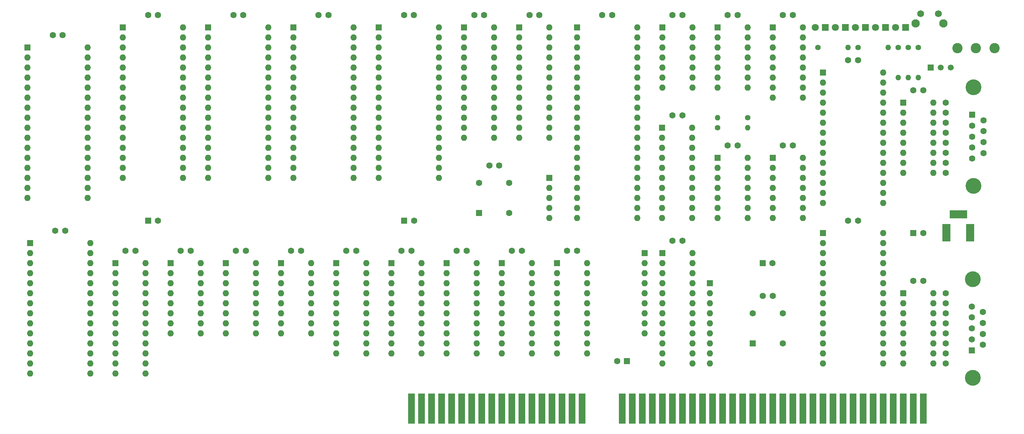
<source format=gbs>
G04 #@! TF.GenerationSoftware,KiCad,Pcbnew,7.0.7*
G04 #@! TF.CreationDate,2024-03-19T08:19:51-04:00*
G04 #@! TF.ProjectId,PCB - CPU V1,50434220-2d20-4435-9055-2056312e6b69,1.0*
G04 #@! TF.SameCoordinates,Original*
G04 #@! TF.FileFunction,Soldermask,Bot*
G04 #@! TF.FilePolarity,Negative*
%FSLAX46Y46*%
G04 Gerber Fmt 4.6, Leading zero omitted, Abs format (unit mm)*
G04 Created by KiCad (PCBNEW 7.0.7) date 2024-03-19 08:19:51*
%MOMM*%
%LPD*%
G01*
G04 APERTURE LIST*
%ADD10O,1.600000X1.600000*%
%ADD11R,1.600000X1.600000*%
%ADD12C,1.400000*%
%ADD13O,1.400000X1.400000*%
%ADD14C,1.600000*%
%ADD15R,2.000000X4.500000*%
%ADD16R,4.500000X2.000000*%
%ADD17C,4.000000*%
%ADD18R,1.800000X1.800000*%
%ADD19C,1.800000*%
%ADD20R,1.500000X1.500000*%
%ADD21C,1.500000*%
%ADD22C,2.100000*%
%ADD23C,1.750000*%
%ADD24R,1.780000X7.620000*%
%ADD25C,2.600000*%
G04 APERTURE END LIST*
D10*
X139065000Y-58420000D03*
X139065000Y-60960000D03*
X139065000Y-63500000D03*
X139065000Y-66040000D03*
X139065000Y-68580000D03*
X139065000Y-71120000D03*
X139065000Y-73660000D03*
X139065000Y-76200000D03*
X139065000Y-78740000D03*
X139065000Y-81280000D03*
X139065000Y-83820000D03*
X139065000Y-86360000D03*
X139065000Y-88900000D03*
X139065000Y-91440000D03*
X139065000Y-93980000D03*
X139065000Y-96520000D03*
X123825000Y-96520000D03*
X123825000Y-93980000D03*
X123825000Y-91440000D03*
X123825000Y-88900000D03*
X123825000Y-86360000D03*
X123825000Y-83820000D03*
X123825000Y-81280000D03*
X123825000Y-78740000D03*
X123825000Y-76200000D03*
X123825000Y-73660000D03*
X123825000Y-71120000D03*
X123825000Y-68580000D03*
X123825000Y-66040000D03*
X123825000Y-63500000D03*
X123825000Y-60960000D03*
D11*
X123825000Y-58420000D03*
D12*
X323850000Y-58420000D03*
D13*
X331470000Y-58420000D03*
D14*
X356235000Y-125750000D03*
X356235000Y-128250000D03*
D11*
X169545000Y-53340000D03*
D10*
X169545000Y-55880000D03*
X169545000Y-58420000D03*
X169545000Y-60960000D03*
X169545000Y-63500000D03*
X169545000Y-66040000D03*
X169545000Y-68580000D03*
X169545000Y-71120000D03*
X169545000Y-73660000D03*
X169545000Y-76200000D03*
X169545000Y-78740000D03*
X169545000Y-81280000D03*
X169545000Y-83820000D03*
X169545000Y-86360000D03*
X169545000Y-88900000D03*
X169545000Y-91440000D03*
X184785000Y-91440000D03*
X184785000Y-88900000D03*
X184785000Y-86360000D03*
X184785000Y-83820000D03*
X184785000Y-81280000D03*
X184785000Y-78740000D03*
X184785000Y-76200000D03*
X184785000Y-73660000D03*
X184785000Y-71120000D03*
X184785000Y-68580000D03*
X184785000Y-66040000D03*
X184785000Y-63500000D03*
X184785000Y-60960000D03*
X184785000Y-58420000D03*
X184785000Y-55880000D03*
X184785000Y-53340000D03*
D14*
X239375000Y-50165000D03*
X236875000Y-50165000D03*
X234930000Y-109855000D03*
X232430000Y-109855000D03*
X333990000Y-102235000D03*
X331490000Y-102235000D03*
D11*
X275525100Y-137795000D03*
D14*
X273025100Y-137795000D03*
X179050000Y-109855000D03*
X176550000Y-109855000D03*
D11*
X147955000Y-53340000D03*
D10*
X147955000Y-55880000D03*
X147955000Y-58420000D03*
X147955000Y-60960000D03*
X147955000Y-63500000D03*
X147955000Y-66040000D03*
X147955000Y-68580000D03*
X147955000Y-71120000D03*
X147955000Y-73660000D03*
X147955000Y-76200000D03*
X147955000Y-78740000D03*
X147955000Y-81280000D03*
X147955000Y-83820000D03*
X147955000Y-86360000D03*
X147955000Y-88900000D03*
X147955000Y-91440000D03*
X163195000Y-91440000D03*
X163195000Y-88900000D03*
X163195000Y-86360000D03*
X163195000Y-83820000D03*
X163195000Y-81280000D03*
X163195000Y-78740000D03*
X163195000Y-76200000D03*
X163195000Y-73660000D03*
X163195000Y-71120000D03*
X163195000Y-68580000D03*
X163195000Y-66040000D03*
X163195000Y-63500000D03*
X163195000Y-60960000D03*
X163195000Y-58420000D03*
X163195000Y-55880000D03*
X163195000Y-53340000D03*
D14*
X317480000Y-50165000D03*
X314980000Y-50165000D03*
D15*
X356410000Y-105325000D03*
X362410000Y-105325000D03*
D16*
X359410000Y-100625000D03*
D14*
X356235000Y-135910000D03*
X356235000Y-138410000D03*
D17*
X363220000Y-93490000D03*
X363220000Y-68490000D03*
D11*
X362920000Y-75450000D03*
D14*
X362920000Y-78220000D03*
X362920000Y-80990000D03*
X362920000Y-83760000D03*
X362920000Y-86530000D03*
X365760000Y-76835000D03*
X365760000Y-79605000D03*
X365760000Y-82375000D03*
X365760000Y-85145000D03*
X271760000Y-50165000D03*
X269260000Y-50165000D03*
D11*
X257810000Y-113030000D03*
D10*
X257810000Y-115570000D03*
X257810000Y-118110000D03*
X257810000Y-120650000D03*
X257810000Y-123190000D03*
X257810000Y-125730000D03*
X257810000Y-128270000D03*
X257810000Y-130810000D03*
X257810000Y-133350000D03*
X257810000Y-135890000D03*
X265430000Y-135890000D03*
X265430000Y-133350000D03*
X265430000Y-130810000D03*
X265430000Y-128270000D03*
X265430000Y-125730000D03*
X265430000Y-123190000D03*
X265430000Y-120650000D03*
X265430000Y-118110000D03*
X265430000Y-115570000D03*
X265430000Y-113030000D03*
D14*
X193020000Y-109855000D03*
X190520000Y-109855000D03*
D12*
X298450000Y-78740000D03*
D13*
X306070000Y-78740000D03*
D18*
X335895000Y-53340000D03*
D19*
X333355000Y-53340000D03*
D11*
X284480000Y-53340000D03*
D10*
X284480000Y-55880000D03*
X284480000Y-58420000D03*
X284480000Y-60960000D03*
X284480000Y-63500000D03*
X284480000Y-66040000D03*
X284480000Y-68580000D03*
X292100000Y-68580000D03*
X292100000Y-66040000D03*
X292100000Y-63500000D03*
X292100000Y-60960000D03*
X292100000Y-58420000D03*
X292100000Y-55880000D03*
X292100000Y-53340000D03*
D14*
X151110000Y-109855000D03*
X148610000Y-109855000D03*
X289540000Y-107315000D03*
X287040000Y-107315000D03*
D11*
X201930000Y-113030000D03*
D10*
X201930000Y-115570000D03*
X201930000Y-118110000D03*
X201930000Y-120650000D03*
X201930000Y-123190000D03*
X201930000Y-125730000D03*
X201930000Y-128270000D03*
X201930000Y-130810000D03*
X201930000Y-133350000D03*
X201930000Y-135890000D03*
X209550000Y-135890000D03*
X209550000Y-133350000D03*
X209550000Y-130810000D03*
X209550000Y-128270000D03*
X209550000Y-125730000D03*
X209550000Y-123190000D03*
X209550000Y-120650000D03*
X209550000Y-118110000D03*
X209550000Y-115570000D03*
X209550000Y-113030000D03*
D11*
X312420000Y-53340000D03*
D10*
X312420000Y-55880000D03*
X312420000Y-58420000D03*
X312420000Y-60960000D03*
X312420000Y-63500000D03*
X312420000Y-66040000D03*
X312420000Y-68580000D03*
X312420000Y-71120000D03*
X320040000Y-71120000D03*
X320040000Y-68580000D03*
X320040000Y-66040000D03*
X320040000Y-63500000D03*
X320040000Y-60960000D03*
X320040000Y-58420000D03*
X320040000Y-55880000D03*
X320040000Y-53340000D03*
D18*
X330815000Y-53340000D03*
D19*
X328275000Y-53340000D03*
D11*
X280035000Y-110490000D03*
D10*
X280035000Y-113030000D03*
X280035000Y-115570000D03*
X280035000Y-118110000D03*
X280035000Y-120650000D03*
X280035000Y-123190000D03*
X280035000Y-125730000D03*
X280035000Y-128270000D03*
X280035000Y-130810000D03*
D14*
X356235000Y-87650000D03*
X356235000Y-90150000D03*
X178415000Y-50165000D03*
X175915000Y-50165000D03*
X248900000Y-109855000D03*
X246400000Y-109855000D03*
D11*
X298450000Y-86360000D03*
D10*
X298450000Y-88900000D03*
X298450000Y-91440000D03*
X298450000Y-93980000D03*
X298450000Y-96520000D03*
X298450000Y-99060000D03*
X298450000Y-101600000D03*
X306070000Y-101600000D03*
X306070000Y-99060000D03*
X306070000Y-96520000D03*
X306070000Y-93980000D03*
X306070000Y-91440000D03*
X306070000Y-88900000D03*
X306070000Y-86360000D03*
D11*
X173990000Y-113030000D03*
D10*
X173990000Y-115570000D03*
X173990000Y-118110000D03*
X173990000Y-120650000D03*
X173990000Y-123190000D03*
X173990000Y-125730000D03*
X173990000Y-128270000D03*
X173990000Y-130810000D03*
X181610000Y-130810000D03*
X181610000Y-128270000D03*
X181610000Y-125730000D03*
X181610000Y-123190000D03*
X181610000Y-120650000D03*
X181610000Y-118110000D03*
X181610000Y-115570000D03*
X181610000Y-113030000D03*
D14*
X289540000Y-50165000D03*
X287040000Y-50165000D03*
X220960000Y-109855000D03*
X218460000Y-109855000D03*
D18*
X346055000Y-53340000D03*
D19*
X343515000Y-53340000D03*
D11*
X229870000Y-113030000D03*
D10*
X229870000Y-115570000D03*
X229870000Y-118110000D03*
X229870000Y-120650000D03*
X229870000Y-123190000D03*
X229870000Y-125730000D03*
X229870000Y-128270000D03*
X229870000Y-130810000D03*
X229870000Y-133350000D03*
X229870000Y-135890000D03*
X237490000Y-135890000D03*
X237490000Y-133350000D03*
X237490000Y-130810000D03*
X237490000Y-128270000D03*
X237490000Y-125730000D03*
X237490000Y-123190000D03*
X237490000Y-120650000D03*
X237490000Y-118110000D03*
X237490000Y-115570000D03*
X237490000Y-113030000D03*
D18*
X340975000Y-53340000D03*
D19*
X338435000Y-53340000D03*
D14*
X132695000Y-55245000D03*
X130195000Y-55245000D03*
X309900000Y-121285000D03*
X312400000Y-121285000D03*
D11*
X307340000Y-133350000D03*
D14*
X314960000Y-133350000D03*
X314960000Y-125730000D03*
X307340000Y-125730000D03*
D20*
X352415000Y-63500000D03*
D21*
X354955000Y-63500000D03*
X357495000Y-63500000D03*
D14*
X156825000Y-50165000D03*
X154325000Y-50165000D03*
D11*
X160020000Y-113030000D03*
D10*
X160020000Y-115570000D03*
X160020000Y-118110000D03*
X160020000Y-120650000D03*
X160020000Y-123190000D03*
X160020000Y-125730000D03*
X160020000Y-128270000D03*
X160020000Y-130810000D03*
X167640000Y-130810000D03*
X167640000Y-128270000D03*
X167640000Y-125730000D03*
X167640000Y-123190000D03*
X167640000Y-120650000D03*
X167640000Y-118110000D03*
X167640000Y-115570000D03*
X167640000Y-113030000D03*
D14*
X356235000Y-130830000D03*
X356235000Y-133330000D03*
X133330000Y-104775000D03*
X130830000Y-104775000D03*
D11*
X345440000Y-72390000D03*
D10*
X345440000Y-74930000D03*
X345440000Y-77470000D03*
X345440000Y-80010000D03*
X345440000Y-82550000D03*
X345440000Y-85090000D03*
X345440000Y-87630000D03*
X345440000Y-90170000D03*
X353060000Y-90170000D03*
X353060000Y-87630000D03*
X353060000Y-85090000D03*
X353060000Y-82550000D03*
X353060000Y-80010000D03*
X353060000Y-77470000D03*
X353060000Y-74930000D03*
X353060000Y-72390000D03*
D11*
X187960000Y-113020000D03*
D10*
X187960000Y-115560000D03*
X187960000Y-118100000D03*
X187960000Y-120640000D03*
X187960000Y-123180000D03*
X187960000Y-125720000D03*
X187960000Y-128260000D03*
X187960000Y-130800000D03*
X195580000Y-130800000D03*
X195580000Y-128260000D03*
X195580000Y-125720000D03*
X195580000Y-123180000D03*
X195580000Y-120640000D03*
X195580000Y-118100000D03*
X195580000Y-115560000D03*
X195580000Y-113020000D03*
D14*
X253345000Y-50165000D03*
X250845000Y-50165000D03*
X303510000Y-83185000D03*
X301010000Y-83185000D03*
D11*
X219139900Y-102235000D03*
D14*
X221639900Y-102235000D03*
X356235000Y-79990000D03*
X356235000Y-77490000D03*
X350520000Y-69215000D03*
X348020000Y-69215000D03*
D11*
X191135000Y-53340000D03*
D10*
X191135000Y-55880000D03*
X191135000Y-58420000D03*
X191135000Y-60960000D03*
X191135000Y-63500000D03*
X191135000Y-66040000D03*
X191135000Y-68580000D03*
X191135000Y-71120000D03*
X191135000Y-73660000D03*
X191135000Y-76200000D03*
X191135000Y-78740000D03*
X191135000Y-81280000D03*
X191135000Y-83820000D03*
X191135000Y-86360000D03*
X191135000Y-88900000D03*
X191135000Y-91440000D03*
X206375000Y-91440000D03*
X206375000Y-88900000D03*
X206375000Y-86360000D03*
X206375000Y-83820000D03*
X206375000Y-81280000D03*
X206375000Y-78740000D03*
X206375000Y-76200000D03*
X206375000Y-73660000D03*
X206375000Y-71120000D03*
X206375000Y-68580000D03*
X206375000Y-66040000D03*
X206375000Y-63500000D03*
X206375000Y-60960000D03*
X206375000Y-58420000D03*
X206375000Y-55880000D03*
X206375000Y-53340000D03*
D14*
X356235000Y-120670000D03*
X356235000Y-123170000D03*
X350500000Y-117475000D03*
X348000000Y-117475000D03*
D12*
X346710000Y-58420000D03*
D13*
X346710000Y-66040000D03*
D22*
X348580000Y-52351500D03*
X355590000Y-52351500D03*
D23*
X349830000Y-49861500D03*
X354330000Y-49861500D03*
D11*
X325115000Y-64755000D03*
D10*
X325115000Y-67295000D03*
X325115000Y-69835000D03*
X325115000Y-72375000D03*
X325115000Y-74915000D03*
X325115000Y-77455000D03*
X325115000Y-79995000D03*
X325115000Y-82535000D03*
X325115000Y-85075000D03*
X325115000Y-87615000D03*
X325115000Y-90155000D03*
X325115000Y-92695000D03*
X325115000Y-95235000D03*
X325115000Y-97775000D03*
X340355000Y-97775000D03*
X340355000Y-95235000D03*
X340355000Y-92695000D03*
X340355000Y-90155000D03*
X340355000Y-87615000D03*
X340355000Y-85075000D03*
X340355000Y-82535000D03*
X340355000Y-79995000D03*
X340355000Y-77455000D03*
X340355000Y-74915000D03*
X340355000Y-72375000D03*
X340355000Y-69835000D03*
X340355000Y-67295000D03*
X340355000Y-64755000D03*
D14*
X356235000Y-82570000D03*
X356235000Y-85070000D03*
D18*
X325735000Y-53340000D03*
D19*
X323195000Y-53340000D03*
D14*
X333990000Y-61595000D03*
X331490000Y-61595000D03*
D17*
X363094700Y-142050000D03*
X363094700Y-117050000D03*
D11*
X362794700Y-135090000D03*
D14*
X362794700Y-132320000D03*
X362794700Y-129550000D03*
X362794700Y-126780000D03*
X362794700Y-124010000D03*
X365634700Y-133705000D03*
X365634700Y-130935000D03*
X365634700Y-128165000D03*
X365634700Y-125395000D03*
D11*
X243840000Y-113030000D03*
D10*
X243840000Y-115570000D03*
X243840000Y-118110000D03*
X243840000Y-120650000D03*
X243840000Y-123190000D03*
X243840000Y-125730000D03*
X243840000Y-128270000D03*
X243840000Y-130810000D03*
X243840000Y-133350000D03*
X243840000Y-135890000D03*
X251460000Y-135890000D03*
X251460000Y-133350000D03*
X251460000Y-130810000D03*
X251460000Y-128270000D03*
X251460000Y-125730000D03*
X251460000Y-123190000D03*
X251460000Y-120650000D03*
X251460000Y-118110000D03*
X251460000Y-115570000D03*
X251460000Y-113030000D03*
D11*
X298490000Y-53340000D03*
D10*
X298490000Y-55880000D03*
X298490000Y-58420000D03*
X298490000Y-60960000D03*
X298490000Y-63500000D03*
X298490000Y-66040000D03*
X298490000Y-68580000D03*
X306110000Y-68580000D03*
X306110000Y-66040000D03*
X306110000Y-63500000D03*
X306110000Y-60960000D03*
X306110000Y-58420000D03*
X306110000Y-55880000D03*
X306110000Y-53340000D03*
D14*
X199985000Y-50165000D03*
X197485000Y-50165000D03*
D12*
X349250000Y-58420000D03*
D13*
X349250000Y-66040000D03*
D14*
X165080000Y-109855000D03*
X162580000Y-109855000D03*
D11*
X255905000Y-91440000D03*
D10*
X255905000Y-93980000D03*
X255905000Y-96520000D03*
X255905000Y-99060000D03*
X255905000Y-101600000D03*
D11*
X215900000Y-113030000D03*
D10*
X215900000Y-115570000D03*
X215900000Y-118110000D03*
X215900000Y-120650000D03*
X215900000Y-123190000D03*
X215900000Y-125730000D03*
X215900000Y-128270000D03*
X215900000Y-130810000D03*
X215900000Y-133350000D03*
X215900000Y-135890000D03*
X223520000Y-135890000D03*
X223520000Y-133350000D03*
X223520000Y-130810000D03*
X223520000Y-128270000D03*
X223520000Y-125730000D03*
X223520000Y-123190000D03*
X223520000Y-120650000D03*
X223520000Y-118110000D03*
X223520000Y-115570000D03*
X223520000Y-113030000D03*
D11*
X284440000Y-78740000D03*
D10*
X284440000Y-81280000D03*
X284440000Y-83820000D03*
X284440000Y-86360000D03*
X284440000Y-88900000D03*
X284440000Y-91440000D03*
X284440000Y-93980000D03*
X284440000Y-96520000D03*
X284440000Y-99060000D03*
X284440000Y-101600000D03*
X292060000Y-101600000D03*
X292060000Y-99060000D03*
X292060000Y-96520000D03*
X292060000Y-93980000D03*
X292060000Y-91440000D03*
X292060000Y-88900000D03*
X292060000Y-86360000D03*
X292060000Y-83820000D03*
X292060000Y-81280000D03*
X292060000Y-78740000D03*
D11*
X146050000Y-113030000D03*
D10*
X146050000Y-115570000D03*
X146050000Y-118110000D03*
X146050000Y-120650000D03*
X146050000Y-123190000D03*
X146050000Y-125730000D03*
X146050000Y-128270000D03*
X146050000Y-130810000D03*
X146050000Y-133350000D03*
X146050000Y-135890000D03*
X146050000Y-138430000D03*
X146050000Y-140970000D03*
X153670000Y-140970000D03*
X153670000Y-138430000D03*
X153670000Y-135890000D03*
X153670000Y-133350000D03*
X153670000Y-130810000D03*
X153670000Y-128270000D03*
X153670000Y-125730000D03*
X153670000Y-123190000D03*
X153670000Y-120650000D03*
X153670000Y-118110000D03*
X153670000Y-115570000D03*
X153670000Y-113030000D03*
D11*
X262890000Y-53340000D03*
D10*
X262890000Y-55880000D03*
X262890000Y-58420000D03*
X262890000Y-60960000D03*
X262890000Y-63500000D03*
X262890000Y-66040000D03*
X262890000Y-68580000D03*
X262890000Y-71120000D03*
X262890000Y-73660000D03*
X262890000Y-76200000D03*
X262890000Y-78740000D03*
X262890000Y-81280000D03*
X262890000Y-83820000D03*
X262890000Y-86360000D03*
X262890000Y-88900000D03*
X262890000Y-91440000D03*
X262890000Y-93980000D03*
X262890000Y-96520000D03*
X262890000Y-99060000D03*
X262890000Y-101600000D03*
X278130000Y-101600000D03*
X278130000Y-99060000D03*
X278130000Y-96520000D03*
X278130000Y-93980000D03*
X278130000Y-91440000D03*
X278130000Y-88900000D03*
X278130000Y-86360000D03*
X278130000Y-83820000D03*
X278130000Y-81280000D03*
X278130000Y-78740000D03*
X278130000Y-76200000D03*
X278130000Y-73660000D03*
X278130000Y-71120000D03*
X278130000Y-68580000D03*
X278130000Y-66040000D03*
X278130000Y-63500000D03*
X278130000Y-60960000D03*
X278130000Y-58420000D03*
X278130000Y-55880000D03*
X278130000Y-53340000D03*
D11*
X348020000Y-105410000D03*
D14*
X350520000Y-105410000D03*
X289540000Y-75565000D03*
X287040000Y-75565000D03*
D11*
X325115000Y-105395000D03*
D10*
X325115000Y-107935000D03*
X325115000Y-110475000D03*
X325115000Y-113015000D03*
X325115000Y-115555000D03*
X325115000Y-118095000D03*
X325115000Y-120635000D03*
X325115000Y-123175000D03*
X325115000Y-125715000D03*
X325115000Y-128255000D03*
X325115000Y-130795000D03*
X325115000Y-133335000D03*
X325115000Y-135875000D03*
X325115000Y-138415000D03*
X340355000Y-138415000D03*
X340355000Y-135875000D03*
X340355000Y-133335000D03*
X340355000Y-130795000D03*
X340355000Y-128255000D03*
X340355000Y-125715000D03*
X340355000Y-123175000D03*
X340355000Y-120635000D03*
X340355000Y-118095000D03*
X340355000Y-115555000D03*
X340355000Y-113015000D03*
X340355000Y-110475000D03*
X340355000Y-107935000D03*
X340355000Y-105395000D03*
D24*
X220980000Y-149860000D03*
X223520000Y-149860000D03*
X226060000Y-149860000D03*
X228600000Y-149860000D03*
X231140000Y-149860000D03*
X233680000Y-149860000D03*
X236220000Y-149860000D03*
X238760000Y-149860000D03*
X241300000Y-149860000D03*
X243840000Y-149860000D03*
X246380000Y-149860000D03*
X248920000Y-149860000D03*
X251460000Y-149860000D03*
X254000000Y-149860000D03*
X256540000Y-149860000D03*
X259080000Y-149860000D03*
X261620000Y-149860000D03*
X264160000Y-149860000D03*
X274320000Y-149860000D03*
X276860000Y-149860000D03*
X279400000Y-149860000D03*
X281940000Y-149860000D03*
X284480000Y-149860000D03*
X287020000Y-149860000D03*
X289560000Y-149860000D03*
X292100000Y-149860000D03*
X294640000Y-149860000D03*
X297180000Y-149860000D03*
X299720000Y-149860000D03*
X302260000Y-149860000D03*
X304800000Y-149860000D03*
X307340000Y-149860000D03*
X309880000Y-149860000D03*
X312420000Y-149860000D03*
X314960000Y-149860000D03*
X317500000Y-149860000D03*
X320040000Y-149860000D03*
X322580000Y-149860000D03*
X325120000Y-149860000D03*
X327660000Y-149860000D03*
X330200000Y-149860000D03*
X332740000Y-149860000D03*
X335280000Y-149860000D03*
X337820000Y-149860000D03*
X340360000Y-149860000D03*
X342900000Y-149860000D03*
X345440000Y-149860000D03*
X347980000Y-149860000D03*
X350520000Y-149860000D03*
D14*
X356235000Y-72410000D03*
X356235000Y-74910000D03*
D25*
X359155000Y-58549000D03*
X363855000Y-58549000D03*
X368555000Y-58549000D03*
D14*
X206990000Y-109855000D03*
X204490000Y-109855000D03*
D11*
X212725000Y-53340000D03*
D10*
X212725000Y-55880000D03*
X212725000Y-58420000D03*
X212725000Y-60960000D03*
X212725000Y-63500000D03*
X212725000Y-66040000D03*
X212725000Y-68580000D03*
X212725000Y-71120000D03*
X212725000Y-73660000D03*
X212725000Y-76200000D03*
X212725000Y-78740000D03*
X212725000Y-81280000D03*
X212725000Y-83820000D03*
X212725000Y-86360000D03*
X212725000Y-88900000D03*
X212725000Y-91440000D03*
X227965000Y-91440000D03*
X227965000Y-88900000D03*
X227965000Y-86360000D03*
X227965000Y-83820000D03*
X227965000Y-81280000D03*
X227965000Y-78740000D03*
X227965000Y-76200000D03*
X227965000Y-73660000D03*
X227965000Y-71120000D03*
X227965000Y-68580000D03*
X227965000Y-66040000D03*
X227965000Y-63500000D03*
X227965000Y-60960000D03*
X227965000Y-58420000D03*
X227965000Y-55880000D03*
X227965000Y-53340000D03*
D14*
X317480000Y-83185000D03*
X314980000Y-83185000D03*
D11*
X312420000Y-86360000D03*
D10*
X312420000Y-88900000D03*
X312420000Y-91440000D03*
X312420000Y-93980000D03*
X312420000Y-96520000D03*
X312420000Y-99060000D03*
X312420000Y-101600000D03*
X320040000Y-101600000D03*
X320040000Y-99060000D03*
X320040000Y-96520000D03*
X320040000Y-93980000D03*
X320040000Y-91440000D03*
X320040000Y-88900000D03*
X320040000Y-86360000D03*
D14*
X221615000Y-50165000D03*
X219115000Y-50165000D03*
X240685000Y-88265000D03*
X243185000Y-88265000D03*
X303510000Y-50165000D03*
X301010000Y-50165000D03*
D11*
X124455000Y-107935000D03*
D10*
X124455000Y-110475000D03*
X124455000Y-113015000D03*
X124455000Y-115555000D03*
X124455000Y-118095000D03*
X124455000Y-120635000D03*
X124455000Y-123175000D03*
X124455000Y-125715000D03*
X124455000Y-128255000D03*
X124455000Y-130795000D03*
X124455000Y-133335000D03*
X124455000Y-135875000D03*
X124455000Y-138415000D03*
X124455000Y-140955000D03*
X139695000Y-140955000D03*
X139695000Y-138415000D03*
X139695000Y-135875000D03*
X139695000Y-133335000D03*
X139695000Y-130795000D03*
X139695000Y-128255000D03*
X139695000Y-125715000D03*
X139695000Y-123175000D03*
X139695000Y-120635000D03*
X139695000Y-118095000D03*
X139695000Y-115555000D03*
X139695000Y-113015000D03*
X139695000Y-110475000D03*
X139695000Y-107935000D03*
D11*
X154345000Y-102235000D03*
D14*
X156845000Y-102235000D03*
D11*
X284480000Y-110490000D03*
D10*
X284480000Y-113030000D03*
X284480000Y-115570000D03*
X284480000Y-118110000D03*
X284480000Y-120650000D03*
X284480000Y-123190000D03*
X284480000Y-125730000D03*
X284480000Y-128270000D03*
X284480000Y-130810000D03*
X284480000Y-133350000D03*
X284480000Y-135890000D03*
X284480000Y-138430000D03*
X292100000Y-138430000D03*
X292100000Y-135890000D03*
X292100000Y-133350000D03*
X292100000Y-130810000D03*
X292100000Y-128270000D03*
X292100000Y-125730000D03*
X292100000Y-123190000D03*
X292100000Y-120650000D03*
X292100000Y-118110000D03*
X292100000Y-115570000D03*
X292100000Y-113030000D03*
X292100000Y-110490000D03*
D12*
X344170000Y-58420000D03*
D13*
X344170000Y-66040000D03*
D11*
X309880000Y-113030000D03*
D14*
X312380000Y-113030000D03*
D11*
X248285000Y-53340000D03*
D10*
X248285000Y-55880000D03*
X248285000Y-58420000D03*
X248285000Y-60960000D03*
X248285000Y-63500000D03*
X248285000Y-66040000D03*
X248285000Y-68580000D03*
X248285000Y-71120000D03*
X248285000Y-73660000D03*
X248285000Y-76200000D03*
X248285000Y-78740000D03*
X248285000Y-81280000D03*
X255905000Y-81280000D03*
X255905000Y-78740000D03*
X255905000Y-76200000D03*
X255905000Y-73660000D03*
X255905000Y-71120000D03*
X255905000Y-68580000D03*
X255905000Y-66040000D03*
X255905000Y-63500000D03*
X255905000Y-60960000D03*
X255905000Y-58420000D03*
X255905000Y-55880000D03*
X255905000Y-53340000D03*
D12*
X334010000Y-58420000D03*
D13*
X341630000Y-58420000D03*
D11*
X345450000Y-120640000D03*
D10*
X345450000Y-123180000D03*
X345450000Y-125720000D03*
X345450000Y-128260000D03*
X345450000Y-130800000D03*
X345450000Y-133340000D03*
X345450000Y-135880000D03*
X345450000Y-138420000D03*
X353070000Y-138420000D03*
X353070000Y-135880000D03*
X353070000Y-133340000D03*
X353070000Y-130800000D03*
X353070000Y-128260000D03*
X353070000Y-125720000D03*
X353070000Y-123180000D03*
X353070000Y-120640000D03*
D14*
X262870000Y-109855000D03*
X260370000Y-109855000D03*
D11*
X296545000Y-118110000D03*
D10*
X296545000Y-120650000D03*
X296545000Y-123190000D03*
X296545000Y-125730000D03*
X296545000Y-128270000D03*
X296545000Y-130810000D03*
X296545000Y-133350000D03*
X296545000Y-135890000D03*
X296545000Y-138430000D03*
D11*
X238125000Y-100330000D03*
D14*
X245745000Y-100330000D03*
X245745000Y-92710000D03*
X238125000Y-92710000D03*
D11*
X234270000Y-53335000D03*
D10*
X234270000Y-55875000D03*
X234270000Y-58415000D03*
X234270000Y-60955000D03*
X234270000Y-63495000D03*
X234270000Y-66035000D03*
X234270000Y-68575000D03*
X234270000Y-71115000D03*
X234270000Y-73655000D03*
X234270000Y-76195000D03*
X234270000Y-78735000D03*
X234270000Y-81275000D03*
X241890000Y-81275000D03*
X241890000Y-78735000D03*
X241890000Y-76195000D03*
X241890000Y-73655000D03*
X241890000Y-71115000D03*
X241890000Y-68575000D03*
X241890000Y-66035000D03*
X241890000Y-63495000D03*
X241890000Y-60955000D03*
X241890000Y-58415000D03*
X241890000Y-55875000D03*
X241890000Y-53335000D03*
D12*
X306070000Y-76200000D03*
D13*
X298450000Y-76200000D03*
M02*

</source>
